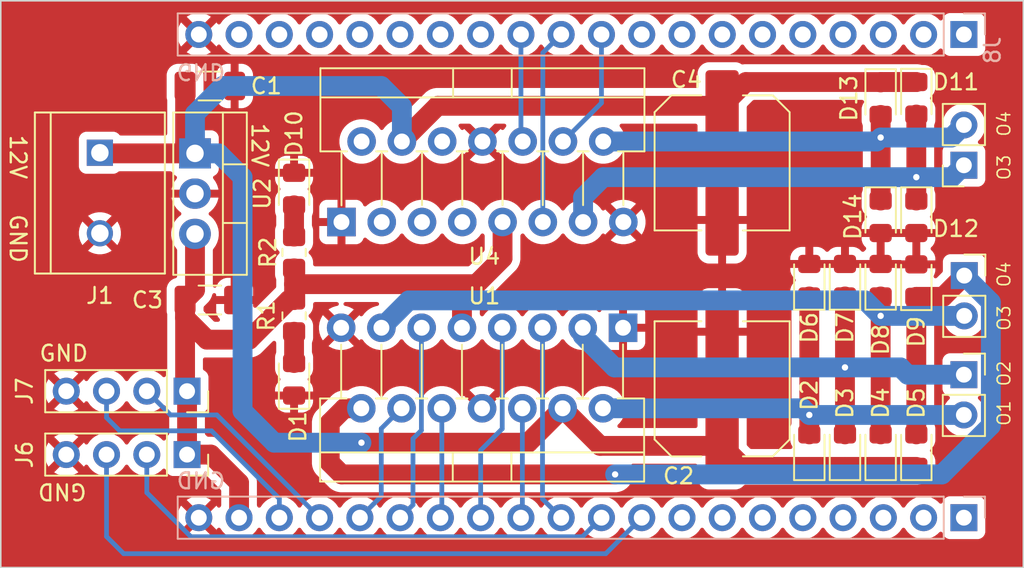
<source format=kicad_pcb>
(kicad_pcb (version 20241229) (generator "pcbnew") (generator_version "9.0")
  (layers (0 "F.Cu" signal) (2 "B.Cu" signal) (13 "F.Paste" user) (15 "B.Paste" user) (5 "F.SilkS" user "F.Silkscreen") (7 "B.SilkS" user "B.Silkscreen") (1 "F.Mask" user) (3 "B.Mask" user) (25 "Edge.Cuts" user))
  (net 0 "")
  (net 1 "GND")
  (net 2 "Net-(D1-A)")
  (net 3 "Net-(D2-A)")
  (net 4 "Net-(D3-A)")
  (net 5 "Net-(D4-A)")
  (net 6 "Net-(D5-A)")
  (net 7 "Net-(D10-A)")
  (net 8 "Net-(D11-A)")
  (net 9 "Net-(D13-A)")
  (net 10 "/IO5")
  (net 11 "/IO1")
  (net 12 "/IO3")
  (net 13 "/IO2")
  (net 14 "/IO4")
  (net 15 "/IO6")
  (net 16 "/IO18")
  (net 17 "/IO17")
  (net 18 "/3.3")
  (net 19 "+12V")
  (net 20 "/IO47")
  (net 21 "/IO33")
  (net 22 "/IO21")
  (net 23 "/IO26")
  (net 24 "/IO12")
  (net 25 "/IO14")
  (net 26 "/IO7")
  (net 27 "/IO11")
  (net 28 "/IO10")
  (net 29 "/IO9")
  (net 30 "/IO16")
  (net 31 "/IO13")
  (net 32 "/IO8")
  (net 33 "/IO15")
  (net 34 "/IO45")
  (net 35 "/IO35")
  (net 36 "/IO39")
  (net 37 "/TX0")
  (net 38 "/IO37")
  (net 39 "/IO46")
  (net 40 "/IO36")
  (net 41 "/IO48")
  (net 42 "/IO38")
  (net 43 "/IO34")
  (net 44 "/IO40")
  (net 45 "/RX0")
  (net 46 "/IO42")
  (net 47 "/IO41")
  (net 53 "+5V")
  (footprint "Capacitor_SMD:C_Elec_8x10.2" (layer "F.Cu") (at 161.87 92.345 -90)
    (property "Reference" "C4" (at -5.25 2.25 180) (layer "F.SilkS"))
    (property "Value" "220uF")
    (fp_line (start -3.195563 4.26) (end 4.26 4.26) (stroke (width 0.12)) (layer "F.SilkS"))
    (fp_line (start 4.26 4.26) (end 4.26 1.31) (stroke (width 0.12)) (layer "F.SilkS"))
    (fp_line (start -4.26 3.195563) (end -3.195563 4.26) (stroke (width 0.12)) (layer "F.SilkS"))
    (fp_line (start -4.26 3.195563) (end -4.26 1.31) (stroke (width 0.12)) (layer "F.SilkS"))
    (fp_line (start -4.26 -3.195563) (end -4.26 -1.31) (stroke (width 0.12)) (layer "F.SilkS"))
    (fp_line (start -4.26 -3.195563) (end -3.195563 -4.26) (stroke (width 0.12)) (layer "F.SilkS"))
    (fp_line (start -3.195563 -4.26) (end 4.26 -4.26) (stroke (width 0.12)) (layer "F.SilkS"))
    (fp_line (start 4.26 -4.26) (end 4.26 -1.31) (stroke (width 0.12)) (layer "F.SilkS"))
    (pad "1" smd roundrect (at -3.6 0 270) (size 4.5 2.1) (layers "F.Cu" "F.Mask" "F.Paste") (roundrect_rratio 0.119048) (net 19 "+12V"))
    (pad "2" smd roundrect (at 3.6 0 270) (size 4.5 2.1) (layers "F.Cu" "F.Mask" "F.Paste") (roundrect_rratio 0.119048) (net 1 "GND"))
  )
  (footprint "Diode_SMD:D_0805_2012Metric_Pad1.15x1.40mm_HandSolder" (layer "F.Cu") (at 174.12 99.77 90)
    (property "Reference" "D9" (at -3.225 0 90) (layer "F.SilkS"))
    (property "Value" "D")
    (fp_line (start 1 -0.96) (end -1.86 -0.96) (stroke (width 0.12)) (layer "F.SilkS"))
    (fp_line (start -1.86 -0.96) (end -1.86 0.96) (stroke (width 0.12)) (layer "F.SilkS"))
    (fp_line (start -1.86 0.96) (end 1 0.96) (stroke (width 0.12)) (layer "F.SilkS"))
    (pad "1" smd roundrect (at -1.025 0 90) (size 1.15 1.4) (layers "F.Cu" "F.Mask" "F.Paste") (roundrect_rratio 0.217391) (net 6 "Net-(D5-A)"))
    (pad "2" smd roundrect (at 1.025 0 90) (size 1.15 1.4) (layers "F.Cu" "F.Mask" "F.Paste") (roundrect_rratio 0.217391) (net 1 "GND"))
  )
  (footprint "Package_TO_SOT_THT:TO-220-15_P2.54x5.08mm_StaggerOdd_Lead4.58mm_Vertical" (layer "F.Cu") (at 137.86 96.075)
    (property "Reference" "U4" (at 9.01 2.17 0) (layer "F.SilkS"))
    (property "Value" "L298N")
    (fp_line (start -1.33 -9.7) (end -1.33 -4.459) (stroke (width 0.12)) (layer "F.SilkS"))
    (fp_line (start -1.33 -9.7) (end 19.11 -9.7) (stroke (width 0.12)) (layer "F.SilkS"))
    (fp_line (start -1.33 -7.86) (end 19.11 -7.86) (stroke (width 0.12)) (layer "F.SilkS"))
    (fp_line (start -1.33 -4.459) (end 0.346 -4.459) (stroke (width 0.12)) (layer "F.SilkS"))
    (fp_line (start 0 -4.459) (end 0 -1.05) (stroke (width 0.12)) (layer "F.SilkS"))
    (fp_line (start 2.195 -4.459) (end 2.886 -4.459) (stroke (width 0.12)) (layer "F.SilkS"))
    (fp_line (start 2.54 -4.459) (end 2.54 -1.065) (stroke (width 0.12)) (layer "F.SilkS"))
    (fp_line (start 4.735 -4.459) (end 5.426 -4.459) (stroke (width 0.12)) (layer "F.SilkS"))
    (fp_line (start 5.08 -4.459) (end 5.08 -1.065) (stroke (width 0.12)) (layer "F.SilkS"))
    (fp_line (start 7.041 -9.7) (end 7.041 -7.86) (stroke (width 0.12)) (layer "F.SilkS"))
    (fp_line (start 7.275 -4.459) (end 7.966 -4.459) (stroke (width 0.12)) (layer "F.SilkS"))
    (fp_line (start 7.62 -4.459) (end 7.62 -1.065) (stroke (width 0.12)) (layer "F.SilkS"))
    (fp_line (start 9.815 -4.459) (end 10.506 -4.459) (stroke (width 0.12)) (layer "F.SilkS"))
    (fp_line (start 10.16 -4.459) (end 10.16 -1.065) (stroke (width 0.12)) (layer "F.SilkS"))
    (fp_line (start 10.74 -9.7) (end 10.74 -7.86) (stroke (width 0.12)) (layer "F.SilkS"))
    (fp_line (start 12.355 -4.459) (end 13.046 -4.459) (stroke (width 0.12)) (layer "F.SilkS"))
    (fp_line (start 12.7 -4.459) (end 12.7 -1.065) (stroke (width 0.12)) (layer "F.SilkS"))
    (fp_line (start 14.895 -4.459) (end 15.586 -4.459) (stroke (width 0.12)) (layer "F.SilkS"))
    (fp_line (start 15.24 -4.459) (end 15.24 -1.065) (stroke (width 0.12)) (layer "F.SilkS"))
    (fp_line (start 17.435 -4.459) (end 19.11 -4.459) (stroke (width 0.12)) (layer "F.SilkS"))
    (fp_line (start 17.78 -4.459) (end 17.78 -1.065) (stroke (width 0.12)) (layer "F.SilkS"))
    (fp_line (start 19.11 -9.7) (end 19.11 -4.459) (stroke (width 0.12)) (layer "F.SilkS"))
    (pad "1" thru_hole rect (at 0 0) (size 1.8 1.8) (drill 1) (layers "*.Cu" "*.Mask") (net 1 "GND"))
    (pad "2" thru_hole circle (at 1.27 -5.08) (size 1.8 1.8) (drill 1) (layers "*.Cu" "*.Mask"))
    (pad "3" thru_hole circle (at 2.54 0) (size 1.8 1.8) (drill 1) (layers "*.Cu" "*.Mask"))
    (pad "4" thru_hole circle (at 3.81 -5.08) (size 1.8 1.8) (drill 1) (layers "*.Cu" "*.Mask") (net 19 "+12V"))
    (pad "5" thru_hole circle (at 5.08 0) (size 1.8 1.8) (drill 1) (layers "*.Cu" "*.Mask"))
    (pad "6" thru_hole circle (at 6.35 -5.08) (size 1.8 1.8) (drill 1) (layers "*.Cu" "*.Mask"))
    (pad "7" thru_hole circle (at 7.62 0) (size 1.8 1.8) (drill 1) (layers "*.Cu" "*.Mask"))
    (pad "8" thru_hole circle (at 8.89 -5.08) (size 1.8 1.8) (drill 1) (layers "*.Cu" "*.Mask") (net 1 "GND"))
    (pad "9" thru_hole circle (at 10.16 0) (size 1.8 1.8) (drill 1) (layers "*.Cu" "*.Mask") (net 53 "+5V"))
    (pad "10" thru_hole circle (at 11.43 -5.08) (size 1.8 1.8) (drill 1) (layers "*.Cu" "*.Mask") (net 24 "/IO12"))
    (pad "11" thru_hole circle (at 12.7 0) (size 1.8 1.8) (drill 1) (layers "*.Cu" "*.Mask") (net 27 "/IO11"))
    (pad "12" thru_hole circle (at 13.97 -5.08) (size 1.8 1.8) (drill 1) (layers "*.Cu" "*.Mask") (net 28 "/IO10"))
    (pad "13" thru_hole circle (at 15.24 0) (size 1.8 1.8) (drill 1) (layers "*.Cu" "*.Mask") (net 8 "Net-(D11-A)"))
    (pad "14" thru_hole circle (at 16.51 -5.08) (size 1.8 1.8) (drill 1) (layers "*.Cu" "*.Mask") (net 9 "Net-(D13-A)"))
    (pad "15" thru_hole circle (at 17.78 0) (size 1.8 1.8) (drill 1) (layers "*.Cu" "*.Mask") (net 1 "GND"))
  )
  (footprint "Resistor_SMD:R_0805_2012Metric_Pad1.20x1.40mm_HandSolder" (layer "F.Cu") (at 134.87 101.995 -90)
    (property "Reference" "R1" (at 0 1.75 90) (layer "F.SilkS"))
    (property "Value" "1k")
    (fp_line (start -0.227064 0.735) (end 0.227064 0.735) (stroke (width 0.12)) (layer "F.SilkS"))
    (fp_line (start -0.227064 -0.735) (end 0.227064 -0.735) (stroke (width 0.12)) (layer "F.SilkS"))
    (pad "1" smd roundrect (at -1 0 270) (size 1.2 1.4) (layers "F.Cu" "F.Mask" "F.Paste") (roundrect_rratio 0.208333) (net 53 "+5V"))
    (pad "2" smd roundrect (at 1 0 270) (size 1.2 1.4) (layers "F.Cu" "F.Mask" "F.Paste") (roundrect_rratio 0.208333) (net 2 "Net-(D1-A)"))
  )
  (footprint "Connector_PinSocket_2.54mm:PinSocket_1x04_P2.54mm_Vertical" (layer "F.Cu") (at 128.12 106.745 -90)
    (property "Reference" "J7" (at 0 10.25 90) (layer "F.SilkS"))
    (property "Value" "Conn_01x04_Pin" (hide yes))
    (fp_line (start -1.33 8.95) (end 1.33 8.95) (stroke (width 0.12)) (layer "F.SilkS"))
    (fp_line (start -1.33 1.27) (end -1.33 8.95) (stroke (width 0.12)) (layer "F.SilkS"))
    (fp_line (start -1.33 1.27) (end 1.33 1.27) (stroke (width 0.12)) (layer "F.SilkS"))
    (fp_line (start 1.33 1.27) (end 1.33 8.95) (stroke (width 0.12)) (layer "F.SilkS"))
    (fp_line (start 0 -1.33) (end 1.33 -1.33) (stroke (width 0.12)) (layer "F.SilkS"))
    (fp_line (start 1.33 -1.33) (end 1.33 0) (stroke (width 0.12)) (layer "F.SilkS"))
    (pad "1" thru_hole rect (at 0 0 270) (size 1.7 1.7) (drill 1) (layers "*.Cu" "*.Mask") (net 53 "+5V"))
    (pad "2" thru_hole circle (at 0 2.54 270) (size 1.7 1.7) (drill 1) (layers "*.Cu" "*.Mask") (net 23 "/IO26"))
    (pad "3" thru_hole circle (at 0 5.08 270) (size 1.7 1.7) (drill 1) (layers "*.Cu" "*.Mask") (net 22 "/IO21"))
    (pad "4" thru_hole circle (at 0 7.62 270) (size 1.7 1.7) (drill 1) (layers "*.Cu" "*.Mask") (net 1 "GND"))
  )
  (footprint "LED_SMD:LED_0805_2012Metric_Pad1.15x1.40mm_HandSolder" (layer "F.Cu") (at 134.87 105.995 90)
    (property "Reference" "D1" (at -3 0.25 90) (layer "F.SilkS"))
    (property "Value" "LED")
    (fp_line (start 1 -0.96) (end -1.86 -0.96) (stroke (width 0.12)) (layer "F.SilkS"))
    (fp_line (start -1.86 -0.96) (end -1.86 0.96) (stroke (width 0.12)) (layer "F.SilkS"))
    (fp_line (start -1.86 0.96) (end 1 0.96) (stroke (width 0.12)) (layer "F.SilkS"))
    (pad "1" smd roundrect (at -1.025 0 90) (size 1.15 1.4) (layers "F.Cu" "F.Mask" "F.Paste") (roundrect_rratio 0.217391) (net 1 "GND"))
    (pad "2" smd roundrect (at 1.025 0 90) (size 1.15 1.4) (layers "F.Cu" "F.Mask" "F.Paste") (roundrect_rratio 0.217391) (net 2 "Net-(D1-A)"))
  )
  (footprint "Diode_SMD:D_0805_2012Metric_Pad1.15x1.40mm_HandSolder" (layer "F.Cu") (at 171.87 88.295 -90)
    (property "Reference" "D13" (at -0.025 2 270) (layer "F.SilkS"))
    (property "Value" "D")
    (fp_line (start -1.86 0.96) (end 1 0.96) (stroke (width 0.12)) (layer "F.SilkS"))
    (fp_line (start -1.86 -0.96) (end -1.86 0.96) (stroke (width 0.12)) (layer "F.SilkS"))
    (fp_line (start 1 -0.96) (end -1.86 -0.96) (stroke (width 0.12)) (layer "F.SilkS"))
    (pad "1" smd roundrect (at -1.025 0 270) (size 1.15 1.4) (layers "F.Cu" "F.Mask" "F.Paste") (roundrect_rratio 0.217391) (net 19 "+12V"))
    (pad "2" smd roundrect (at 1.025 0 270) (size 1.15 1.4) (layers "F.Cu" "F.Mask" "F.Paste") (roundrect_rratio 0.217391) (net 9 "Net-(D13-A)"))
  )
  (footprint "Capacitor_SMD:C_1206_3216Metric_Pad1.33x1.80mm_HandSolder" (layer "F.Cu") (at 129.5575 87.495)
    (property "Reference" "C1" (at 3.5625 0 0) (layer "F.SilkS"))
    (property "Value" "0.33u")
    (fp_line (start -0.711252 -0.91) (end 0.711252 -0.91) (stroke (width 0.12)) (layer "F.SilkS"))
    (fp_line (start -0.711252 0.91) (end 0.711252 0.91) (stroke (width 0.12)) (layer "F.SilkS"))
    (pad "1" smd roundrect (at -1.5625 0) (size 1.325 1.8) (layers "F.Cu" "F.Mask" "F.Paste") (roundrect_rratio 0.188679) (net 19 "+12V"))
    (pad "2" smd roundrect (at 1.5625 0) (size 1.325 1.8) (layers "F.Cu" "F.Mask" "F.Paste") (roundrect_rratio 0.188679) (net 1 "GND"))
  )
  (footprint "282837-2:TE_282837-2" (layer "F.Cu") (at 122.62 94.245 -90)
    (property "Reference" "J1" (at 6.475 0 0) (layer "F.SilkS") (effects (font (size 1.002039 1.002039))))
    (property "Value" "Screw_Terminal_01x02" (hide yes))
    (fp_line (start -5.08 4.1) (end -5.08 3.1) (stroke (width 0.127)) (layer "F.SilkS"))
    (fp_line (start 5.08 4.1) (end -5.08 4.1) (stroke (width 0.127)) (layer "F.SilkS"))
    (fp_line (start -5.08 3.1) (end 5.08 3.1) (stroke (width 0.127)) (layer "F.SilkS"))
    (fp_line (start -5.08 3.1) (end -5.08 -4.1) (stroke (width 0.127)) (layer "F.SilkS"))
    (fp_line (start 5.08 3.1) (end 5.08 4.1) (stroke (width 0.127)) (layer "F.SilkS"))
    (fp_line (start -5.08 -4.1) (end 5.08 -4.1) (stroke (width 0.127)) (layer "F.SilkS"))
    (fp_line (start 5.08 -4.1) (end 5.08 3.1) (stroke (width 0.127)) (layer "F.SilkS"))
    (pad "1" thru_hole rect (at -2.54 0 270) (size 1.65 1.65) (drill 1.1) (layers "*.Cu" "*.Mask") (net 19 "+12V"))
    (pad "2" thru_hole circle (at 2.54 0 270) (size 1.65 1.65) (drill 1.1) (layers "*.Cu" "*.Mask") (net 1 "GND"))
  )
  (footprint "Diode_SMD:D_0805_2012Metric_Pad1.15x1.40mm_HandSolder" (layer "F.Cu") (at 169.62 110.495 90)
    (property "Reference" "D3" (at 3 0 90) (layer "F.SilkS"))
    (property "Value" "D")
    (fp_line (start 1 -0.96) (end -1.86 -0.96) (stroke (width 0.12)) (layer "F.SilkS"))
    (fp_line (start -1.86 -0.96) (end -1.86 0.96) (stroke (width 0.12)) (layer "F.SilkS"))
    (fp_line (start -1.86 0.96) (end 1 0.96) (stroke (width 0.12)) (layer "F.SilkS"))
    (pad "1" smd roundrect (at -1.025 0 90) (size 1.15 1.4) (layers "F.Cu" "F.Mask" "F.Paste") (roundrect_rratio 0.217391) (net 19 "+12V"))
    (pad "2" smd roundrect (at 1.025 0 90) (size 1.15 1.4) (layers "F.Cu" "F.Mask" "F.Paste") (roundrect_rratio 0.217391) (net 4 "Net-(D3-A)"))
  )
  (footprint "Capacitor_SMD:C_1206_3216Metric_Pad1.33x1.80mm_HandSolder" (layer "F.Cu") (at 129.5575 100.995)
    (property "Reference" "C3" (at -3.9375 0 0) (layer "F.SilkS"))
    (property "Value" "0.1u")
    (fp_line (start -0.711252 -0.91) (end 0.711252 -0.91) (stroke (width 0.12)) (layer "F.SilkS"))
    (fp_line (start -0.711252 0.91) (end 0.711252 0.91) (stroke (width 0.12)) (layer "F.SilkS"))
    (pad "1" smd roundrect (at -1.5625 0) (size 1.325 1.8) (layers "F.Cu" "F.Mask" "F.Paste") (roundrect_rratio 0.188679) (net 53 "+5V"))
    (pad "2" smd roundrect (at 1.5625 0) (size 1.325 1.8) (layers "F.Cu" "F.Mask" "F.Paste") (roundrect_rratio 0.188679) (net 1 "GND"))
  )
  (footprint "LED_SMD:LED_0805_2012Metric_Pad1.15x1.40mm_HandSolder" (layer "F.Cu") (at 134.87 93.995 -90)
    (property "Reference" "D10" (at -3.5 0 90) (layer "F.SilkS"))
    (property "Value" "LED")
    (fp_line (start -1.86 0.96) (end 1 0.96) (stroke (width 0.12)) (layer "F.SilkS"))
    (fp_line (start -1.86 -0.96) (end -1.86 0.96) (stroke (width 0.12)) (layer "F.SilkS"))
    (fp_line (start 1 -0.96) (end -1.86 -0.96) (stroke (width 0.12)) (layer "F.SilkS"))
    (pad "1" smd roundrect (at -1.025 0 270) (size 1.15 1.4) (layers "F.Cu" "F.Mask" "F.Paste") (roundrect_rratio 0.217391) (net 1 "GND"))
    (pad "2" smd roundrect (at 1.025 0 270) (size 1.15 1.4) (layers "F.Cu" "F.Mask" "F.Paste") (roundrect_rratio 0.217391) (net 7 "Net-(D10-A)"))
  )
  (footprint "Diode_SMD:D_0805_2012Metric_Pad1.15x1.40mm_HandSolder" (layer "F.Cu") (at 169.62 99.745 90)
    (property "Reference" "D7" (at -3 0 90) (layer "F.SilkS"))
    (property "Value" "D")
    (fp_line (start 1 -0.96) (end -1.86 -0.96) (stroke (width 0.12)) (layer "F.SilkS"))
    (fp_line (start -1.86 -0.96) (end -1.86 0.96) (stroke (width 0.12)) (layer "F.SilkS"))
    (fp_line (start -1.86 0.96) (end 1 0.96) (stroke (width 0.12)) (layer "F.SilkS"))
    (pad "1" smd roundrect (at -1.025 0 90) (size 1.15 1.4) (layers "F.Cu" "F.Mask" "F.Paste") (roundrect_rratio 0.217391) (net 4 "Net-(D3-A)"))
    (pad "2" smd roundrect (at 1.025 0 90) (size 1.15 1.4) (layers "F.Cu" "F.Mask" "F.Paste") (roundrect_rratio 0.217391) (net 1 "GND"))
  )
  (footprint "Diode_SMD:D_0805_2012Metric_Pad1.15x1.40mm_HandSolder" (layer "F.Cu") (at 171.87 95.745 -90)
    (property "Reference" "D14" (at 0 1.75 270) (layer "F.SilkS"))
    (property "Value" "D")
    (fp_line (start -1.86 0.96) (end 1 0.96) (stroke (width 0.12)) (layer "F.SilkS"))
    (fp_line (start -1.86 -0.96) (end -1.86 0.96) (stroke (width 0.12)) (layer "F.SilkS"))
    (fp_line (start 1 -0.96) (end -1.86 -0.96) (stroke (width 0.12)) (layer "F.SilkS"))
    (pad "1" smd roundrect (at -1.025 0 270) (size 1.15 1.4) (layers "F.Cu" "F.Mask" "F.Paste") (roundrect_rratio 0.217391) (net 9 "Net-(D13-A)"))
    (pad "2" smd roundrect (at 1.025 0 270) (size 1.15 1.4) (layers "F.Cu" "F.Mask" "F.Paste") (roundrect_rratio 0.217391) (net 1 "GND"))
  )
  (footprint "Connector_PinSocket_2.54mm:PinSocket_1x02_P2.54mm_Vertical" (layer "F.Cu") (at 177.145 99.455)
    (property "Reference" "J10" (hide yes))
    (property "Value" "Conn_01x02_Socket" (hide yes))
    (fp_line (start -1.33 1.27) (end -1.33 3.87) (stroke (width 0.12)) (layer "F.SilkS"))
    (fp_line (start -1.33 1.27) (end 1.33 1.27) (stroke (width 0.12)) (layer "F.SilkS"))
    (fp_line (start -1.33 3.87) (end 1.33 3.87) (stroke (width 0.12)) (layer "F.SilkS"))
    (fp_line (start 0 -1.33) (end 1.33 -1.33) (stroke (width 0.12)) (layer "F.SilkS"))
    (fp_line (start 1.33 -1.33) (end 1.33 0) (stroke (width 0.12)) (layer "F.SilkS"))
    (fp_line (start 1.33 1.27) (end 1.33 3.87) (stroke (width 0.12)) (layer "F.SilkS"))
    (pad "1" thru_hole rect (at 0 0) (size 1.7 1.7) (drill 1) (layers "*.Cu" "*.Mask") (net 6 "Net-(D5-A)"))
    (pad "2" thru_hole circle (at 0 2.54) (size 1.7 1.7) (drill 1) (layers "*.Cu" "*.Mask") (net 5 "Net-(D4-A)"))
  )
  (footprint "Resistor_SMD:R_0805_2012Metric_Pad1.20x1.40mm_HandSolder" (layer "F.Cu") (at 134.87 97.995 90)
    (property "Reference" "R2" (at 0 -1.65 90) (layer "F.SilkS"))
    (property "Value" "1k")
    (fp_line (start -0.227064 -0.735) (end 0.227064 -0.735) (stroke (width 0.12)) (layer "F.SilkS"))
    (fp_line (start -0.227064 0.735) (end 0.227064 0.735) (stroke (width 0.12)) (layer "F.SilkS"))
    (pad "1" smd roundrect (at -1 0 90) (size 1.2 1.4) (layers "F.Cu" "F.Mask" "F.Paste") (roundrect_rratio 0.208333) (net 53 "+5V"))
    (pad "2" smd roundrect (at 1 0 90) (size 1.2 1.4) (layers "F.Cu" "F.Mask" "F.Paste") (roundrect_rratio 0.208333) (net 7 "Net-(D10-A)"))
  )
  (footprint "Connector_PinSocket_2.54mm:PinSocket_1x02_P2.54mm_Vertical" (layer "F.Cu") (at 177.12 105.705)
    (property "Reference" "J5" (hide yes))
    (property "Value" "Conn_01x02_Socket" (hide yes))
    (fp_line (start -1.33 1.27) (end -1.33 3.87) (stroke (width 0.12)) (layer "F.SilkS"))
    (fp_line (start -1.33 1.27) (end 1.33 1.27) (stroke (width 0.12)) (layer "F.SilkS"))
    (fp_line (start -1.33 3.87) (end 1.33 3.87) (stroke (width 0.12)) (layer "F.SilkS"))
    (fp_line (start 0 -1.33) (end 1.33 -1.33) (stroke (width 0.12)) (layer "F.SilkS"))
    (fp_line (start 1.33 -1.33) (end 1.33 0) (stroke (width 0.12)) (layer "F.SilkS"))
    (fp_line (start 1.33 1.27) (end 1.33 3.87) (stroke (width 0.12)) (layer "F.SilkS"))
    (pad "1" thru_hole rect (at 0 0) (size 1.7 1.7) (drill 1) (layers "*.Cu" "*.Mask") (net 4 "Net-(D3-A)"))
    (pad "2" thru_hole circle (at 0 2.54) (size 1.7 1.7) (drill 1) (layers "*.Cu" "*.Mask") (net 3 "Net-(D2-A)"))
  )
  (footprint "Diode_SMD:D_0805_2012Metric_Pad1.15x1.40mm_HandSolder" (layer "F.Cu") (at 171.87 110.495 90)
    (property "Reference" "D4" (at 3 0 90) (layer "F.SilkS"))
    (property "Value" "D")
    (fp_line (start 1 -0.96) (end -1.86 -0.96) (stroke (width 0.12)) (layer "F.SilkS"))
    (fp_line (start -1.86 -0.96) (end -1.86 0.96) (stroke (width 0.12)) (layer "F.SilkS"))
    (fp_line (start -1.86 0.96) (end 1 0.96) (stroke (width 0.12)) (layer "F.SilkS"))
    (pad "1" smd roundrect (at -1.025 0 90) (size 1.15 1.4) (layers "F.Cu" "F.Mask" "F.Paste") (roundrect_rratio 0.217391) (net 19 "+12V"))
    (pad "2" smd roundrect (at 1.025 0 90) (size 1.15 1.4) (layers "F.Cu" "F.Mask" "F.Paste") (roundrect_rratio 0.217391) (net 5 "Net-(D4-A)"))
  )
  (footprint "Connector_PinSocket_2.54mm:PinSocket_1x02_P2.54mm_Vertical" (layer "F.Cu") (at 177.12 92.495 180)
    (property "Reference" "J4" (hide yes))
    (property "Value" "Conn_01x02_Socket" (hide yes))
    (fp_line (start 1.33 1.27) (end 1.33 3.87) (stroke (width 0.12)) (layer "F.SilkS"))
    (fp_line (start 1.33 -1.33) (end 1.33 0) (stroke (width 0.12)) (layer "F.SilkS"))
    (fp_line (start 0 -1.33) (end 1.33 -1.33) (stroke (width 0.12)) (layer "F.SilkS"))
    (fp_line (start -1.33 3.87) (end 1.33 3.87) (stroke (width 0.12)) (layer "F.SilkS"))
    (fp_line (start -1.33 1.27) (end 1.33 1.27) (stroke (width 0.12)) (layer "F.SilkS"))
    (fp_line (start -1.33 1.27) (end -1.33 3.87) (stroke (width 0.12)) (layer "F.SilkS"))
    (pad "1" thru_hole rect (at 0 0 180) (size 1.7 1.7) (drill 1) (layers "*.Cu" "*.Mask") (net 8 "Net-(D11-A)"))
    (pad "2" thru_hole circle (at 0 2.54 180) (size 1.7 1.7) (drill 1) (layers "*.Cu" "*.Mask") (net 9 "Net-(D13-A)"))
  )
  (footprint "Diode_SMD:D_0805_2012Metric_Pad1.15x1.40mm_HandSolder" (layer "F.Cu") (at 174.12 110.495 90)
    (property "Reference" "D5" (at 3 0 90) (layer "F.SilkS"))
    (property "Value" "D")
    (fp_line (start 1 -0.96) (end -1.86 -0.96) (stroke (width 0.12)) (layer "F.SilkS"))
    (fp_line (start -1.86 -0.96) (end -1.86 0.96) (stroke (width 0.12)) (layer "F.SilkS"))
    (fp_line (start -1.86 0.96) (end 1 0.96) (stroke (width 0.12)) (layer "F.SilkS"))
    (pad "1" smd roundrect (at -1.025 0 90) (size 1.15 1.4) (layers "F.Cu" "F.Mask" "F.Paste") (roundrect_rratio 0.217391) (net 19 "+12V"))
    (pad "2" smd roundrect (at 1.025 0 90) (size 1.15 1.4) (layers "F.Cu" "F.Mask" "F.Paste") (roundrect_rratio 0.217391) (net 6 "Net-(D5-A)"))
  )
  (footprint "Diode_SMD:D_0805_2012Metric_Pad1.15x1.40mm_HandSolder" (layer "F.Cu") (at 167.37 99.745 90)
    (property "Reference" "D6" (at -3 0 90) (layer "F.SilkS"))
    (property "Value" "D")
    (fp_line (start 1 -0.96) (end -1.86 -0.96) (stroke (width 0.12)) (layer "F.SilkS"))
    (fp_line (start -1.86 -0.96) (end -1.86 0.96) (stroke (width 0.12)) (layer "F.SilkS"))
    (fp_line (start -1.86 0.96) (end 1 0.96) (stroke (width 0.12)) (layer "F.SilkS"))
    (pad "1" smd roundrect (at -1.025 0 90) (size 1.15 1.4) (layers "F.Cu" "F.Mask" "F.Paste") (roundrect_rratio 0.217391) (net 3 "Net-(D2-A)"))
    (pad "2" smd roundrect (at 1.025 0 90) (size 1.15 1.4) (layers "F.Cu" "F.Mask" "F.Paste") (roundrect_rratio 0.217391) (net 1 "GND"))
  )
  (footprint "Diode_SMD:D_0805_2012Metric_Pad1.15x1.40mm_HandSolder" (layer "F.Cu") (at 174.12 95.745 -90)
    (property "Reference" "D12" (at 0.75 -2.5 0) (layer "F.SilkS"))
    (property "Value" "D")
    (fp_line (start -1.86 0.96) (end 1 0.96) (stroke (width 0.12)) (layer "F.SilkS"))
    (fp_line (start -1.86 -0.96) (end -1.86 0.96) (stroke (width 0.12)) (layer "F.SilkS"))
    (fp_line (start 1 -0.96) (end -1.86 -0.96) (stroke (width 0.12)) (layer "F.SilkS"))
    (pad "1" smd roundrect (at -1.025 0 270) (size 1.15 1.4) (layers "F.Cu" "F.Mask" "F.Paste") (roundrect_rratio 0.217391) (net 8 "Net-(D11-A)"))
    (pad "2" smd roundrect (at 1.025 0 270) (size 1.15 1.4) (layers "F.Cu" "F.Mask" "F.Paste") (roundrect_rratio 0.217391) (net 1 "GND"))
  )
  (footprint "Package_TO_SOT_THT:TO-220-15_P2.54x5.08mm_StaggerOdd_Lead4.58mm_Vertical" (layer "F.Cu") (at 155.62 102.745 180)
    (property "Reference" "U1" (at 8.75 2 180) (layer "F.SilkS"))
    (property "Value" "L298N")
    (fp_line (start 19.11 -9.7) (end 19.11 -4.459) (stroke (width 0.12)) (layer "F.SilkS"))
    (fp_line (start 17.78 -4.459) (end 17.78 -1.065) (stroke (width 0.12)) (layer "F.SilkS"))
    (fp_line (start 17.435 -4.459) (end 19.11 -4.459) (stroke (width 0.12)) (layer "F.SilkS"))
    (fp_line (start 15.24 -4.459) (end 15.24 -1.065) (stroke (width 0.12)) (layer "F.SilkS"))
    (fp_line (start 14.895 -4.459) (end 15.586 -4.459) (stroke (width 0.12)) (layer "F.SilkS"))
    (fp_line (start 12.7 -4.459) (end 12.7 -1.065) (stroke (width 0.12)) (layer "F.SilkS"))
    (fp_line (start 12.355 -4.459) (end 13.046 -4.459) (stroke (width 0.12)) (layer "F.SilkS"))
    (fp_line (start 10.74 -9.7) (end 10.74 -7.86) (stroke (width 0.12)) (layer "F.SilkS"))
    (fp_line (start 10.16 -4.459) (end 10.16 -1.065) (stroke (width 0.12)) (layer "F.SilkS"))
    (fp_line (start 9.815 -4.459) (end 10.506 -4.459) (stroke (width 0.12)) (layer "F.SilkS"))
    (fp_line (start 7.62 -4.459) (end 7.62 -1.065) (stroke (width 0.12)) (layer "F.SilkS"))
    (fp_line (start 7.275 -4.459) (end 7.966 -4.459) (stroke (width 0.12)) (layer "F.SilkS"))
    (fp_line (start 7.041 -9.7) (end 7.041 -7.86) (stroke (width 0.12)) (layer "F.SilkS"))
    (fp_line (start 5.08 -4.459) (end 5.08 -1.065) (stroke (width 0.12)) (layer "F.SilkS"))
    (fp_line (start 4.735 -4.459) (end 5.426 -4.459) (stroke (width 0.12)) (layer "F.SilkS"))
    (fp_line (start 2.54 -4.459) (end 2.54 -1.065) (stroke (width 0.12)) (layer "F.SilkS"))
    (fp_line (start 2.195 -4.459) (end 2.886 -4.459) (stroke (width 0.12)) (layer "F.SilkS"))
    (fp_line (start 0 -4.459) (end 0 -1.05) (stroke (width 0.12)) (layer "F.SilkS"))
    (fp_line (start -1.33 -4.459) (end 0.346 -4.459) (stroke (width 0.12)) (layer "F.SilkS"))
    (fp_line (start -1.33 -7.86) (end 19.11 -7.86) (stroke (width 0.12)) (layer "F.SilkS"))
    (fp_line (start -1.33 -9.7) (end 19.11 -9.7) (stroke (width 0.12)) (layer "F.SilkS"))
    (fp_line (start -1.33 -9.7) (end -1.33 -4.459) (stroke (width 0.12)) (layer "F.SilkS"))
    (pad "1" thru_hole rect (at 0 0 180) (size 1.8 1.8) (drill 1) (layers "*.Cu" "*.Mask") (net 1 "GND"))
    (pad "2" thru_hole circle (at 1.27 -5.08 180) (size 1.8 1.8) (drill 1) (layers "*.Cu" "*.Mask") (net 3 "Net-(D2-A)"))
    (pad "3" thru_hole circle (at 2.54 0 180) (size 1.8 1.8) (drill 1) (layers "*.Cu" "*.Mask") (net 4 "Net-(D3-A)"))
    (pad "4" thru_hole circle (at 3.81 -5.08 180) (size 1.8 1.8) (drill 1) (layers "*.Cu" "*.Mask") (net 19 "+12V"))
    (pad "5" thru_hole circle (at 5.08 0 180) (size 1.8 1.8) (drill 1) (layers "*.Cu" "*.Mask") (net 40 "/IO36"))
    (pad "6" thru_hole circle (at 6.35 -5.08 180) (size 1.8 1.8) (drill 1) (layers "*.Cu" "*.Mask") (net 35 "/IO35"))
    (pad "7" thru_hole circle (at 7.62 0 180) (size 1.8 1.8) (drill 1) (layers "*.Cu" "*.Mask") (net 41 "/IO48"))
    (pad "8" thru_hole circle (at 8.89 -5.08 180) (size 1.8 1.8) (drill 1) (layers "*.Cu" "*.Mask") (net 1 "GND"))
    (pad "9" thru_hole circle (at 10.16 0 180) (size 1.8 1.8) (drill 1) (layers "*.Cu" "*.Mask") (net 53 "+5V"))
    (pad "10" thru_hole circle (at 11.43 -5.08 180) (size 1.8 1.8) (drill 1) (layers "*.Cu" "*.Mask") (net 43 "/IO34"))
    (pad "11" thru_hole circle (at 12.7 0 180) (size 1.8 1.8) (drill 1) (layers "*.Cu" "*.Mask") (net 21 "/IO33"))
    (pad "12" thru_hole circle (at 13.97 -5.08 180) (size 1.8 1.8) (drill 1) (layers "*.Cu" "*.Mask") (net 20 "/IO47"))
    (pad "13" thru_hole circle (at 15.24 0 180) (size 1.8 1.8) (drill 1) (layers "*.Cu" "*.Mask") (net 5 "Net-(D4-A)"))
    (pad "14" thru_hole circle (at 16.51 -5.08 180) (size 1.8 1.8) (drill 1) (layers "*.Cu" "*.Mask") (net 6 "Net-(D5-A)"))
    (pad "15" thru_hole circle (at 17.78 0 180) (size 1.8 1.8) (drill 1) (layers "*.Cu" "*.Mask") (net 1 "GND"))
  )
  (footprint "Diode_SMD:D_0805_2012Metric_Pad1.15x1.40mm_HandSolder" (layer "F.Cu") (at 174.12 88.27 -90)
    (property "Reference" "D11" (at -1.025 -2.5 0) (layer "F.SilkS"))
    (property "Value" "D")
    (fp_line (start -1.86 0.96) (end 1 0.96) (stroke (width 0.12)) (layer "F.SilkS"))
    (fp_line (start -1.86 -0.96) (end -1.86 0.96) (stroke (width 0.12)) (layer "F.SilkS"))
    (fp_line (start 1 -0.96) (end -1.86 -0.96) (stroke (width 0.12)) (layer "F.SilkS"))
    (pad "1" smd roundrect (at -1.025 0 270) (size 1.15 1.4) (layers "F.Cu" "F.Mask" "F.Paste") (roundrect_rratio 0.217391) (net 19 "+12V"))
    (pad "2" smd roundrect (at 1.025 0 270) (size 1.15 1.4) (layers "F.Cu" "F.Mask" "F.Paste") (roundrect_rratio 0.217391) (net 8 "Net-(D11-A)"))
  )
  (footprint "Connector_PinSocket_2.54mm:PinSocket_1x04_P2.54mm_Vertical" (layer "F.Cu") (at 128.12 110.745 -90)
    (property "Reference" "J6" (at 0 10.25 90) (layer "F.SilkS"))
    (property "Value" "Conn_01x04_Pin" (hide yes))
    (fp_line (start -1.33 8.95) (end 1.33 8.95) (stroke (width 0.12)) (layer "F.SilkS"))
    (fp_line (start -1.33 1.27) (end -1.33 8.95) (stroke (width 0.12)) (layer "F.SilkS"))
    (fp_line (start -1.33 1.27) (end 1.33 1.27) (stroke (width 0.12)) (layer "F.SilkS"))
    (fp_line (start 1.33 1.27) (end 1.33 8.95) (stroke (width 0.12)) (layer "F.SilkS"))
    (fp_line (start 0 -1.33) (end 1.33 -1.33) (stroke (width 0.12)) (layer "F.SilkS"))
    (fp_line (start 1.33 -1.33) (end 1.33 0) (stroke (width 0.12)) (layer "F.SilkS"))
    (pad "1" thru_hole rect (at 0 0 270) (size 1.7 1.7) (drill 1) (layers "*.Cu" "*.Mask") (net 53 "+5V"))
    (pad "2" thru_hole circle (at 0 2.54 270) (size 1.7 1.7) (drill 1) (layers "*.Cu" "*.Mask") (net 38 "/IO37"))
    (pad "3" thru_hole circle (at 0 5.08 270) (size 1.7 1.7) (drill 1) (layers "*.Cu" "*.Mask") (net 42 "/IO38"))
    (pad "4" thru_hole circle (at 0 7.62 270) (size 1.7 1.7) (drill 1) (layers "*.Cu" "*.Mask") (net 1 "GND"))
  )
  (footprint "Package_TO_SOT_THT:TO-220-3_Vertical" (layer "F.Cu") (at 128.62 91.745 -90)
    (property "Reference" "U2" (at 2.54 -4.25 270) (layer "F.SilkS"))
    (property "Value" "LM7805_TO220")
    (fp_line (start -2.58 1.371) (end 7.66 1.371) (stroke (width 0.12)) (layer "F.SilkS"))
    (fp_line (start -2.58 -1.76) (end 7.66 -1.76) (stroke (width 0.12)) (layer "F.SilkS"))
    (fp_line (start -2.58 -3.27) (end -2.58 1.371) (stroke (width 0.12)) (layer "F.SilkS"))
    (fp_line (start -2.58 -3.27) (end 7.66 -3.27) (stroke (width 0.12)) (layer "F.SilkS"))
    (fp_line (start 0.69 -3.27) (end 0.69 -1.76) (stroke (width 0.12)) (layer "F.SilkS"))
    (fp_line (start 4.391 -3.27) (end 4.391 -1.76) (stroke (width 0.12)) (layer "F.SilkS"))
    (fp_line (start 7.66 -3.27) (end 7.66 1.371) (stroke (width 0.12)) (layer "F.SilkS"))
    (pad "1" thru_hole rect (at 0 0 270) (size 1.905 2) (drill 1.1) (layers "*.Cu" "*.Mask") (net 19 "+12V"))
    (pad "2" thru_hole oval (at 2.54 0 270) (size 1.905 2) (drill 1.1) (layers "*.Cu" "*.Mask") (net 1 "GND"))
    (pad "3" thru_hole oval (at 5.08 0 270) (size 1.905 2) (drill 1.1) (layers "*.Cu" "*.Mask") (net 53 "+5V"))
  )
  (footprint "Diode_SMD:D_0805_2012Metric_Pad1.15x1.40mm_HandSolder" (layer "F.Cu") (at 171.87 99.745 90)
    (property "Reference" "D8" (at -3.75 0 90) (layer "F.SilkS"))
    (property "Value" "D")
    (fp_line (start 1 -0.96) (end -1.86 -0.96) (stroke (width 0.12)) (layer "F.SilkS"))
    (fp_line (start -1.86 -0.96) (end -1.86 0.96) (stroke (width 0.12)) (layer "F.SilkS"))
    (fp_line (start -1.86 0.96) (end 1 0.96) (stroke (width 0.12)) (layer "F.SilkS"))
    (pad "1" smd roundrect (at -1.025 0 90) (size 1.15 1.4) (layers "F.Cu" "F.Mask" "F.Paste") (roundrect_rratio 0.217391) (net 5 "Net-(D4-A)"))
    (pad "2" smd roundrect (at 1.025 0 90) (size 1.15 1.4) (layers "F.Cu" "F.Mask" "F.Paste") (roundrect_rratio 0.217391) (net 1 "GND"))
  )
  (footprint "Diode_SMD:D_0805_2012Metric_Pad1.15x1.40mm_HandSolder" (layer "F.Cu") (at 167.37 110.495 90)
    (property "Reference" "D2" (at 3.5 0 270) (layer "F.SilkS"))
    (property "Value" "D")
    (fp_line (start 1 -0.96) (end -1.86 -0.96) (stroke (width 0.12)) (layer "F.SilkS"))
    (fp_line (start -1.86 -0.96) (end -1.86 0.96) (stroke (width 0.12)) (layer "F.SilkS"))
    (fp_line (start -1.86 0.96) (end 1 0.96) (stroke (width 0.12)) (layer "F.SilkS"))
    (pad "1" smd roundrect (at -1.025 0 90) (size 1.15 1.4) (layers "F.Cu" "F.Mask" "F.Paste") (roundrect_rratio 0.217391) (net 19 "+12V"))
    (pad "2" smd roundrect (at 1.025 0 90) (size 1.15 1.4) (layers "F.Cu" "F.Mask" "F.Paste") (roundrect_rratio 0.217391) (net 3 "Net-(D2-A)"))
  )
  (footprint "Capacitor_SMD:C_Elec_8x10.2" (layer "F.Cu") (at 161.87 106.595 90)
    (property "Reference" "C2" (at -5.5 -2.75 180) (layer "F.SilkS"))
    (property "Value" "220uF")
    (fp_line (start 4.26 -4.26) (end 4.26 -1.31) (stroke (width 0.12)) (layer "F.SilkS"))
    (fp_line (start -3.195563 -4.26) (end 4.26 -4.26) (stroke (width 0.12)) (layer "F.SilkS"))
    (fp_line (start -4.26 -3.195563) (end -3.195563 -4.26) (stroke (width 0.12)) (layer "F.SilkS"))
    (fp_line (start -4.26 -3.195563) (end -4.26 -1.31) (stroke (width 0.12)) (layer "F.SilkS"))
    (fp_line (start -4.26 3.195563) (end -4.26 1.31) (stroke (width 0.12)) (layer "F.SilkS"))
    (fp_line (start -4.26 3.195563) (end -3.195563 4.26) (stroke (width 0.12)) (layer "F.SilkS"))
    (fp_line (start 4.26 4.26) (end 4.26 1.31) (stroke (width 0.12)) (layer "F.SilkS"))
    (fp_line (start -3.195563 4.26) (end 4.26 4.26) (stroke (width 0.12)) (layer "F.SilkS"))
    (pad "1" smd roundrect (at -3.6 0 90) (size 4.5 2.1) (layers "F.Cu" "F.Mask" "F.Paste") (roundrect_rratio 0.119048) (net 19 "+12V"))
    (pad "2" smd roundrect (at 3.6 0 90) (size 4.5 2.1) (layers "F.Cu" "F.Mask" "F.Paste") (roundrect_rratio 0.119048) (net 1 "GND"))
  )
  (footprint "Connector_PinSocket_2.54mm:PinSocket_1x20_P2.54mm_Vertical" (layer "B.Cu") (at 177.12 84.245 90)
    (property "Reference" "J8" (at -1 1.8 90) (layer "B.SilkS") (effects (justify mirror)))
    (property "Value" "Conn_01x20_Pin" (hide yes))
    (fp_line (start -1.33 -49.59) (end 1.33 -49.59) (stroke (width 0.12)) (layer "B.SilkS"))
    (fp_line (start 1.33 -1.27) (end 1.33 -49.59) (stroke (width 0.12)) (layer "B.SilkS"))
    (fp_line (start -1.33 -1.27) (end -1.33 -49.59) (stroke (width 0.12)) (layer "B.SilkS"))
    (fp_line (start -1.33 -1.27) (end 1.33 -1.27) (stroke (width 0.12)) (layer "B.SilkS"))
    (fp_line (start 1.33 1.33) (end 1.33 0) (stroke (width 0.12)) (layer "B.SilkS"))
    (fp_line (start 0 1.33) (end 1.33 1.33) (stroke (width 0.12)) (layer "B.SilkS"))
    (pad "1" thru_hole rect (at 0 0 90) (size 1.7 1.7) (drill 1) (layers "*.Cu" "*.Mask") (net 11 "/IO1"))
    (pad "2" thru_hole circle (at 0 -2.54 90) (size 1.7 1.7) (drill 1) (layers "*.Cu" "*.Mask") (net 13 "/IO2"))
    (pad "3" thru_hole circle (at 0 -5.08 90) (size 1.7 1.7) (drill 1) (layers "*.Cu" "*.Mask") (net 12 "/IO3"))
    (pad "4" thru_hole circle (at 0 -7.62 90) (size 1.7 1.7) (drill 1) (layers "*.Cu" "*.Mask") (net 14 "/IO4"))
    (pad "5" thru_hole circle (at 0 -10.16 90) (size 1.7 1.7) (drill 1) (layers "*.Cu" "*.Mask") (net 10 "/IO5"))
    (pad "6" thru_hole circle (at 0 -12.7 90) (size 1.7 1.7) (drill 1) (layers "*.Cu" "*.Mask") (net 15 "/IO6"))
    (pad "7" thru_hole circle (at 0 -15.24 90) (size 1.7 1.7) (drill 1) (layers "*.Cu" "*.Mask") (net 26 "/IO7"))
    (pad "8" thru_hole circle (at 0 -17.78 90) (size 1.7 1.7) (drill 1) (layers "*.Cu" "*.Mask") (net 32 "/IO8"))
    (pad "9" thru_hole circle (at 0 -20.32 90) (size 1.7 1.7) (drill 1) (layers "*.Cu" "*.Mask") (net 29 "/IO9"))
    (pad "10" thru_hole circle (at 0 -22.86 90) (size 1.7 1.7) (drill 1) (layers "*.Cu" "*.Mask") (net 28 "/IO10"))
    (pad "11" thru_hole circle (at 0 -25.4 90) (size 1.7 1.7) (drill 1) (layers "*.Cu" "*.Mask") (net 27 "/IO11"))
    (pad "12" thru_hole circle (at 0 -27.94 90) (size 1.7 1.7) (drill 1) (layers "*.Cu" "*.Mask") (net 24 "/IO12"))
    (pad "13" thru_hole circle (at 0 -30.48 90) (size 1.7 1.7) (drill 1) (layers "*.Cu" "*.Mask") (net 31 "/IO13"))
    (pad "14" thru_hole circle (at 0 -33.02 90) (size 1.7 1.7) (drill 1) (layers "*.Cu" "*.Mask") (net 25 "/IO14"))
    (pad "15" thru_hole circle (at 0 -35.56 90) (size 1.7 1.7) (drill 1) (layers "*.Cu" "*.Mask") (net 33 "/IO15"))
    (pad "16" thru_hole circle (at 0 -38.1 90) (size 1.7 1.7) (drill 1) (layers "*.Cu" "*.Mask") (net 30 "/IO16"))
    (pad "17" thru_hole circle (at 0 -40.64 90) (size 1.7 1.7) (drill 1) (layers "*.Cu" "*.Mask") (net 17 "/IO17"))
    (pad "18" thru_hole circle (at 0 -43.18 90) (size 1.7 1.7) (drill 1) (layers "*.Cu" "*.Mask") (net 16 "/IO18"))
    (pad "19" thru_hole circle (at 0 -45.72 90) (size 1.7 1.7) (drill 1) (layers "*.Cu" "*.Mask") (net 18 "/3.3"))
    (pad "20" thru_hole circle (at 0 -48.26 90) (size 1.7 1.7) (drill 1) (layers "*.Cu" "*.Mask") (net 1 "GND"))
  )
  (footprint "Connector_PinSocket_2.54mm:PinSocket_1x20_P2.54mm_Vertical" (layer "B.Cu") (at 177.12 114.725 90)
    (property "Reference" "J9" (hide yes))
    (property "Value" "Conn_01x20_Pin" (hide yes))
    (fp_line (start -1.33 -49.59) (end 1.33 -49.59) (stroke (width 0.12)) (layer "B.SilkS"))
    (fp_line (start 1.33 -1.27) (end 1.33 -49.59) (stroke (width 0.12)) (layer "B.SilkS"))
    (fp_line (start -1.33 -1.27) (end -1.33 -49.59) (stroke (width 0.12)) (layer "B.SilkS"))
    (fp_line (start -1.33 -1.27) (end 1.33 -1.27) (stroke (width 0.12)) (layer "B.SilkS"))
    (fp_line (start 1.33 1.33) (end 1.33 0) (stroke (width 0.12)) (layer "B.SilkS"))
    (fp_line (start 0 1.33) (end 1.33 1.33) (stroke (width 0.12)) (layer "B.SilkS"))
    (pad "1" thru_hole rect (at 0 0 90) (size 1.7 1.7) (drill 1) (layers "*.Cu" "*.Mask") (net 39 "/IO46"))
    (pad "2" thru_hole circle (at 0 -2.54 90) (size 1.7 1.7) (drill 1) (layers "*.Cu" "*.Mask") (net 34 "/IO45"))
    (pad "3" thru_hole circle (at 0 -5.08 90) (size 1.7 1.7) (drill 1) (layers "*.Cu" "*.Mask") (net 45 "/RX0"))
    (pad "4" thru_hole circle (at 0 -7.62 90) (size 1.7 1.7) (drill 1) (layers "*.Cu" "*.Mask") (net 37 "/TX0"))
    (pad "5" thru_hole circle (at 0 -10.16 90) (size 1.7 1.7) (drill 1) (layers "*.Cu" "*.Mask") (net 46 "/IO42"))
    (pad "6" thru_hole circle (at 0 -12.7 90) (size 1.7 1.7) (drill 1) (layers "*.Cu" "*.Mask") (net 47 "/IO41"))
    (pad "7" thru_hole circle (at 0 -15.24 90) (size 1.7 1.7) (drill 1) (layers "*.Cu" "*.Mask") (net 44 "/IO40"))
    (pad "8" thru_hole circle (at 0 -17.78 90) (size 1.7 1.7) (drill 1) (layers "*.Cu" "*.Mask") (net 36 "/IO39"))
    (pad "9" thru_hole circle (at 0 -20.32 90) (size 1.7 1.7) (drill 1) (layers "*.Cu" "*.Mask") (net 42 "/IO38"))
    (pad "10" thru_hole circle (at 0 -22.86 90) (size 1.7 1.7) (drill 1) (layers "*.Cu" "*.Mask") (net 38 "/IO37"))
    (pad "11" thru_hole circle (at 0 -25.4 90) (size 1.7 1.7) (drill 1) (layers "*.Cu" "*.Mask") (net 40 "/IO36"))
    (pad "12" thru_hole circle (at 0 -27.94 90) (size 1.7 1.7) (drill 1) (layers "*.Cu" "*.Mask") (net 35 "/IO35"))
    (pad "13" thru_hole circle (at 0 -30.48 90) (size 1.7 1.7) (drill 1) (layers "*.Cu" "*.Mask") (net 41 "/IO48"))
    (pad "14" thru_hole circle (at 0 -33.02 90) (size 1.7 1.7) (drill 1) (layers "*.Cu" "*.Mask") (net 43 "/IO34"))
    (pad "15" thru_hole circle (at 0 -35.56 90) (size 1.7 1.7) (drill 1) (layers "*.Cu" "*.Mask") (net 21 "/IO33"))
    (pad "16" thru_hole circle (at 0 -38.1 90) (size 1.7 1.7) (drill 1) (layers "*.Cu" "*.Mask") (net 20 "/IO47"))
    (pad "17" thru_hole circle (at 0 -40.64 90) (size 1.7 1.7) (drill 1) (layers "*.Cu" "*.Mask") (net 23 "/IO26"))
    (pad "18" thru_hole circle (at 0 -43.18 90) (size 1.7 1.7) (drill 1) (layers "*.Cu" "*.Mask") (net 22 "/IO21"))
    (pad "19" thru_hole circle (at 0 -45.72 90) (size 1.7 1.7) (drill 1) (layers "*.Cu" "*.Mask") (net 53 "+5V"))
    (pad "20" thru_hole circle (at 0 -48.26 90) (size 1.7 1.7) (drill 1) (layers "*.Cu" "*.Mask") (net 1 "GND"))
  )
  (gr_rect (start 116.37 82.12) (end 180.87 117.87) (stroke (width 0.1)) (fill no) (layer "Edge.Cuts"))
  (gr_text "O4" (at 180.12 100.245 90) (layer "F.SilkS") (effects (font (size 0.8 0.8) (thickness 0.1) (bold yes)) (justify left bottom)))
  (gr_text "GND" (at 121.87 112.495 180) (layer "F.SilkS") (effects (font (size 1 1)) (justify left bottom)))
  (gr_text "O1" (at 180.12 108.995 90) (layer "F.SilkS") (effects (font (size 0.8 0.8) (thickness 0.1) (bold yes)) (justify left bottom)))
  (gr_text "12V" (at 116.87 90.495 270) (layer "F.SilkS") (effects (font (size 1 1)) (justify left bottom)))
  (gr_text "O4" (at 180.12 90.745 90) (layer "F.SilkS") (effects (font (size 0.8 0.8) (thickness 0.1) (bold yes)) (justify left bottom)))
  (gr_text "O3" (at 180.12 102.995 90) (layer "F.SilkS") (effects (font (size 0.8 0.8) (thickness 0.1) (bold yes)) (justify left bottom)))
  (gr_text "12V" (at 132.12 89.745 270) (layer "F.SilkS") (effects (font (size 1 1)) (justify left bottom)))
  (gr_text "O3" (at 180.12 93.495 90) (layer "F.SilkS") (effects (font (size 0.8 0.8) (thickness 0.1) (bold yes)) (justify left bottom)))
  (gr_text "GND" (at 118.72 104.945 0) (layer "F.SilkS") (effects (font (size 1 1)) (justify left bottom)))
  (gr_text "GND" (at 116.87 95.495 270) (layer "F.SilkS") (effects (font (size 1 1)) (justify left bottom)))
  (gr_text "O2" (at 180.12 106.495 90) (layer "F.SilkS") (effects (font (size 0.8 0.8) (thickness 0.1) (bold yes)) (justify left bottom)))
  (gr_text "GND" (at 127.37 85.995 180) (layer "B.SilkS") (effects (font (size 1 1)) (justify left bottom mirror)))
  (gr_text "GND" (at 130.62 112.995 0) (layer "B.SilkS") (effects (font (size 1 1)) (justify left bottom mirror)))
  (segment (start 134.87 104.97) (end 134.87 102.995) (width 1.25) (layer "F.Cu") (net 2))
  (segment (start 167.37 100.77) (end 167.37 109.47) (width 1.25) (layer "F.Cu") (net 3))
  (via (at 167.37 108.245) (size 0.8) (drill 0.4) (layers "F.Cu" "B.Cu") (net 3))
  (segment (start 177.12 108.245) (end 167.37 108.245) (width 1.25) (layer "B.Cu") (net 3))
  (segment (start 154.35 107.825) (end 166.95 107.825) (width 1.25) (layer "B.Cu") (net 3))
  (segment (start 166.95 107.825) (end 167.37 108.245) (width 1.25) (layer "B.Cu") (net 3))
  (segment (start 169.62 100.77) (end 169.62 109.47) (width 1.25) (layer "F.Cu") (net 4))
  (via (at 169.62 105.245) (size 0.8) (drill 0.4) (layers "F.Cu" "B.Cu") (net 4))
  (segment (start 173.58 105.705) (end 173.12 105.245) (width 1.25) (layer "B.Cu") (net 4))
  (segment (start 169.62 105.245) (end 155.08 105.245) (width 1.25) (layer "B.Cu") (net 4))
  (segment (start 155.08 105.245) (end 153.08 103.245) (width 1.25) (layer "B.Cu") (net 4))
  (segment (start 177.12 105.705) (end 173.58 105.705) (width 1.25) (layer "B.Cu") (net 4))
  (segment (start 153.08 103.245) (end 153.08 102.745) (width 1.25) (layer "B.Cu") (net 4))
  (segment (start 173.12 105.245) (end 169.62 105.245) (width 1.25) (layer "B.Cu") (net 4))
  (segment (start 171.87 101.995) (end 171.87 109.47) (width 1.25) (layer "F.Cu") (net 5))
  (segment (start 171.87 100.77) (end 171.87 101.995) (width 1.25) (layer "F.Cu") (net 5))
  (via (at 171.87 101.995) (size 0.8) (drill 0.4) (layers "F.Cu" "B.Cu") (net 5))
  (segment (start 177.145 101.995) (end 171.87 101.995) (width 1.25) (layer "B.Cu") (net 5))
  (segment (start 142.106 101.019) (end 140.38 102.745) (width 1.25) (layer "B.Cu") (net 5))
  (segment (start 171.87 101.995) (end 170.894 101.019) (width 1.25) (layer "B.Cu") (net 5))
  (segment (start 170.894 101.019) (end 142.106 101.019) (width 1.25) (layer "B.Cu") (net 5))
  (segment (start 137.12 111.245) (end 137.12 108.745) (width 1.25) (layer "F.Cu") (net 6))
  (segment (start 174.12 100.795) (end 175.805 100.795) (width 1.25) (layer "F.Cu") (net 6))
  (segment (start 155.12 111.995) (end 137.87 111.995) (width 1.25) (layer "F.Cu") (net 6))
  (segment (start 137.87 111.995) (end 137.12 111.245) (width 1.25) (layer "F.Cu") (net 6))
  (segment (start 174.12 100.795) (end 174.12 109.47) (width 1.25) (layer "F.Cu") (net 6))
  (segment (start 138.04 107.825) (end 139.11 107.825) (width 1.25) (layer "F.Cu") (net 6))
  (segment (start 175.805 100.795) (end 177.145 99.455) (width 1.25) (layer "F.Cu") (net 6))
  (segment (start 137.12 108.745) (end 138.04 107.825) (width 1.25) (layer "F.Cu") (net 6))
  (via (at 155.12 111.995) (size 0.8) (drill 0.4) (layers "F.Cu" "B.Cu") (net 6))
  (segment (start 177.145 99.455) (end 178.821 101.131) (width 1.25) (layer "B.Cu") (net 6))
  (segment (start 175.740222 111.995) (end 155.12 111.995) (width 1.25) (layer "B.Cu") (net 6))
  (segment (start 178.821 101.131) (end 178.821 108.914222) (width 1.25) (layer "B.Cu") (net 6))
  (segment (start 178.821 108.914222) (end 175.740222 111.995) (width 1.25) (layer "B.Cu") (net 6))
  (segment (start 134.87 95.02) (end 134.87 96.995) (width 1.25) (layer "F.Cu") (net 7))
  (segment (start 174.12 89.295) (end 174.12 94.72) (width 1.25) (layer "F.Cu") (net 8))
  (via (at 174.12 93.245) (size 0.8) (drill 0.4) (layers "F.Cu" "B.Cu") (net 8))
  (segment (start 177.12 92.495) (end 176.37 93.245) (width 1.25) (layer "B.Cu") (net 8))
  (segment (start 154.37 93.245) (end 153.1 94.515) (width 1.25) (layer "B.Cu") (net 8))
  (segment (start 176.37 93.245) (end 154.37 93.245) (width 1.25) (layer "B.Cu") (net 8))
  (segment (start 153.1 94.515) (end 153.1 96.075) (width 1.25) (layer "B.Cu") (net 8))
  (segment (start 171.87 90.745) (end 171.87 94.72) (width 1.25) (layer "F.Cu") (net 9))
  (segment (start 171.87 89.32) (end 171.87 90.745) (width 1.25) (layer "F.Cu") (net 9))
  (via (at 171.87 90.745) (size 0.8) (drill 0.4) (layers "F.Cu" "B.Cu") (net 9))
  (segment (start 176.33 90.745) (end 171.87 90.745) (width 1.25) (layer "B.Cu") (net 9))
  (segment (start 177.12 89.955) (end 176.33 90.745) (width 1.25) (layer "B.Cu") (net 9))
  (segment (start 171.62 90.995) (end 154.37 90.995) (width 1.25) (layer "B.Cu") (net 9))
  (segment (start 171.87 90.745) (end 171.62 90.995) (width 1.25) (layer "B.Cu") (net 9))
  (segment (start 149.64 109.995) (end 139.12 109.995) (width 1.25) (layer "F.Cu") (net 19))
  (segment (start 128.62 91.745) (end 122.66 91.745) (width 1.25) (layer "F.Cu") (net 19))
  (segment (start 163.195 111.52) (end 161.87 110.195) (width 1.25) (layer "F.Cu") (net 19))
  (segment (start 151.81 107.825) (end 149.64 109.995) (width 1.25) (layer "F.Cu") (net 19))
  (segment (start 174.12 87.245) (end 163.37 87.245) (width 1.25) (layer "F.Cu") (net 19))
  (segment (start 167.37 111.52) (end 163.195 111.52) (width 1.25) (layer "F.Cu") (net 19))
  (segment (start 161.87 88.745) (end 143.92 88.745) (width 1.25) (layer "F.Cu") (net 19))
  (segment (start 161.87 110.195) (end 154.18 110.195) (width 1.25) (layer "F.Cu") (net 19))
  (segment (start 171.87 111.52) (end 169.62 111.52) (width 1.25) (layer "F.Cu") (net 19))
  (segment (start 167.37 111.52) (end 169.62 111.52) (width 1.25) (layer "F.Cu") (net 19))
  (segment (start 174.12 111.52) (end 171.87 111.52) (width 1.25) (layer "F.Cu") (net 19))
  (segment (start 163.37 87.245) (end 161.87 88.745) (width 1.25) (layer "F.Cu") (net 19))
  (segment (start 127.995 91.12) (end 128.62 91.745) (width 1.25) (layer "F.Cu") (net 19))
  (segment (start 171.895 87.245) (end 171.87 87.27) (width 1.25) (layer "F.Cu") (net 19))
  (segment (start 127.995 87.495) (end 127.995 91.12) (width 1.25) (layer "F.Cu") (net 19))
  (segment (start 143.92 88.745) (end 141.67 90.995) (width 1.25) (layer "F.Cu") (net 19))
  (segment (start 122.66 91.745) (end 122.62 91.705) (width 1.25) (layer "F.Cu") (net 19))
  (segment (start 174.12 87.245) (end 171.895 87.245) (width 1.25) (layer "F.Cu") (net 19))
  (segment (start 154.18 110.195) (end 151.81 107.825) (width 1.25) (layer "F.Cu") (net 19))
  (via (at 139.12 109.995) (size 0.8) (drill 0.4) (layers "F.Cu" "B.Cu") (net 19))
  (segment (start 131.62 107.995) (end 131.62 93.245) (width 1.25) (layer "B.Cu") (net 19))
  (segment (start 130.12 91.745) (end 128.62 91.745) (width 1.25) (layer "B.Cu") (net 19))
  (segment (start 140.37 87.495) (end 130.37 87.495) (width 1.25) (layer "B.Cu") (net 19))
  (segment (start 131.62 93.245) (end 130.12 91.745) (width 1.25) (layer "B.Cu") (net 19))
  (segment (start 139.12 109.995) (end 133.62 109.995) (width 1.25) (layer "B.Cu") (net 19))
  (segment (start 130.37 87.495) (end 128.62 89.245) (width 1.25) (layer "B.Cu") (net 19))
  (segment (start 141.67 90.995) (end 141.67 88.795) (width 1.25) (layer "B.Cu") (net 19))
  (segment (start 141.67 88.795) (end 140.37 87.495) (width 1.25) (layer "B.Cu") (net 19))
  (segment (start 133.62 109.995) (end 131.62 107.995) (width 1.25) (layer "B.Cu") (net 19))
  (segment (start 128.62 89.245) (end 128.62 91.745) (width 1.25) (layer "B.Cu") (net 19))
  (segment (start 140.37 109.105) (end 140.37 113.375) (width 0.3) (layer "B.Cu") (net 20))
  (segment (start 140.37 113.375) (end 139.02 114.725) (width 0.3) (layer "B.Cu") (net 20))
  (segment (start 141.65 107.825) (end 140.37 109.105) (width 0.3) (layer "B.Cu") (net 20))
  (segment (start 142.92 102.745) (end 142.901 102.764) (width 0.3) (layer "B.Cu") (net 21))
  (segment (start 142.37 113.915) (end 141.56 114.725) (width 0.3) (layer "B.Cu") (net 21))
  (segment (start 142.901 102.764) (end 142.901 109.214) (width 0.3) (layer "B.Cu") (net 21))
  (segment (start 142.37 109.745) (end 142.37 113.915) (width 0.3) (layer "B.Cu") (net 21))
  (segment (start 142.901 109.214) (end 142.37 109.745) (width 0.3) (layer "B.Cu") (net 21))
  (segment (start 123.04 106.745) (end 123.04 108.415) (width 0.3) (layer "B.Cu") (net 22))
  (segment (start 133.94 113.522919) (end 133.94 114.725) (width 0.3) (layer "B.Cu") (net 22))
  (segment (start 123.87 109.245) (end 129.662081 109.245) (width 0.3) (layer "B.Cu") (net 22))
  (segment (start 123.04 108.415) (end 123.87 109.245) (width 0.3) (layer "B.Cu") (net 22))
  (segment (start 129.662081 109.245) (end 133.94 113.522919) (width 0.3) (layer "B.Cu") (net 22))
  (segment (start 127.08 108.245) (end 130 108.245) (width 0.3) (layer "B.Cu") (net 23))
  (segment (start 130 108.245) (end 136.48 114.725) (width 0.3) (layer "B.Cu") (net 23))
  (segment (start 125.58 106.745) (end 127.08 108.245) (width 0.3) (layer "B.Cu") (net 23))
  (segment (start 149.18 84.245) (end 149.18 90.885) (width 0.3) (layer "B.Cu") (net 24))
  (segment (start 149.18 90.885) (end 149.29 90.995) (width 0.3) (layer "B.Cu") (net 24))
  (segment (start 150.56 85.405) (end 150.56 96.075) (width 0.3) (layer "B.Cu") (net 27))
  (segment (start 151.72 84.245) (end 150.56 85.405) (width 0.3) (layer "B.Cu") (net 27))
  (segment (start 151.83 90.995) (end 154.26 88.565) (width 0.3) (layer "B.Cu") (net 28))
  (segment (start 154.26 88.565) (end 154.26 84.245) (width 0.3) (layer "B.Cu") (net 28))
  (segment (start 149.27 114.635) (end 149.18 114.725) (width 0.3) (layer "B.Cu") (net 35))
  (segment (start 149.27 107.825) (end 149.27 114.635) (width 0.3) (layer "B.Cu") (net 35))
  (segment (start 125.58 110.745) (end 125.58 113.143471) (width 0.3) (layer "B.Cu") (net 38))
  (segment (start 153.059 115.926) (end 154.26 114.725) (width 0.3) (layer "B.Cu") (net 38))
  (segment (start 125.58 113.143471) (end 128.362529 115.926) (width 0.3) (layer "B.Cu") (net 38))
  (segment (start 128.362529 115.926) (end 153.059 115.926) (width 0.3) (layer "B.Cu") (net 38))
  (segment (start 150.54 102.745) (end 150.54 113.545) (width 0.3) (layer "B.Cu") (net 40))
  (segment (start 150.54 113.545) (end 151.72 114.725) (width 0.3) (layer "B.Cu") (net 40))
  (segment (start 148 109.115) (end 146.64 110.475) (width 0.3) (layer "B.Cu") (net 41))
  (segment (start 148 102.745) (end 148 109.115) (width 0.3) (layer "B.Cu") (net 41))
  (segment (start 146.64 110.475) (end 146.64 114.725) (width 0.3) (layer "B.Cu") (net 41))
  (segment (start 154.53 116.995) (end 156.8 114.725) (width 0.3) (layer "B.Cu") (net 42))
  (segment (start 123.04 115.915) (end 124.12 116.995) (width 0.3) (layer "B.Cu") (net 42))
  (segment (start 124.12 116.995) (end 154.53 116.995) (width 0.3) (layer "B.Cu") (net 42))
  (segment (start 123.04 110.745) (end 123.04 115.915) (width 0.3) (layer "B.Cu") (net 42))
  (segment (start 144.19 114.635) (end 144.1 114.725) (width 0.3) (layer "B.Cu") (net 43))
  (segment (start 144.19 107.825) (end 144.19 114.635) (width 0.3) (layer "B.Cu") (net 43))
  (segment (start 146.37 99.995) (end 148.02 98.345) (width 1.25) (layer "F.Cu") (net 53))
  (segment (start 127.995 100.995) (end 127.995 102.12) (width 1.25) (layer "F.Cu") (net 53))
  (segment (start 148.02 96.075) (end 148.02 98.345) (width 1.25) (layer "F.Cu") (net 53))
  (segment (start 134.541378 100.995) (end 134.87 100.995) (width 1.25) (layer "F.Cu") (net 53))
  (segment (start 129.37 103.495) (end 132.041378 103.495) (width 1.25) (layer "F.Cu") (net 53))
  (segment (start 128.12 110.745) (end 129.62 110.745) (width 1.25) (layer "F.Cu") (net 53))
  (segment (start 128.62 100.37) (end 127.995 100.995) (width 1.25) (layer "F.Cu") (net 53))
  (segment (start 148.02 98.345) (end 145.46 100.905) (width 1.25) (layer "F.Cu") (net 53))
  (segment (start 127.995 102.12) (end 129.37 103.495) (width 1.25) (layer "F.Cu") (net 53))
  (segment (start 128.62 96.825) (end 128.62 100.37) (width 1.25) (layer "F.Cu") (net 53))
  (segment (start 129.62 110.745) (end 131.4 112.525) (width 1.25) (layer "F.Cu") (net 53))
  (segment (start 127.995 100.995) (end 127.995 106.62) (width 1.25) (layer "F.Cu") (net 53))
  (segment (start 127.995 106.62) (end 128.12 106.745) (width 1.25) (layer "F.Cu") (net 53))
  (segment (start 128.12 106.745) (end 128.12 110.745) (width 1.25) (layer "F.Cu") (net 53))
  (segment (start 134.87 100.995) (end 134.87 99.995) (width 1.25) (layer "F.Cu") (net 53))
  (segment (start 131.4 112.525) (end 131.4 114.725) (width 1.25) (layer "F.Cu") (net 53))
  (segment (start 134.87 99.995) (end 146.37 99.995) (width 1.25) (layer "F.Cu") (net 53))
  (segment (start 134.87 99.995) (end 134.87 98.995) (width 1.25) (layer "F.Cu") (net 53))
  (segment (start 145.46 100.905) (end 145.46 102.745) (width 1.25) (layer "F.Cu") (net 53))
  (segment (start 132.041378 103.495) (end 134.541378 100.995) (width 1.25) (layer "F.Cu") (net 53))
  (zone (net 1) (net_name "GND") (layer "F.Cu") (connect_pads (clearance 0.5)) (min_thickness 0.25) (fill yes (thermal_gap 0.5) (thermal_bridge_width 0.5))
    (polygon (pts (xy 179.62 82.12) (xy 116.37 82.12) (xy 116.37 117.87) (xy 180.87 117.87) (xy 180.87 82.12)))
  )
)
</source>
